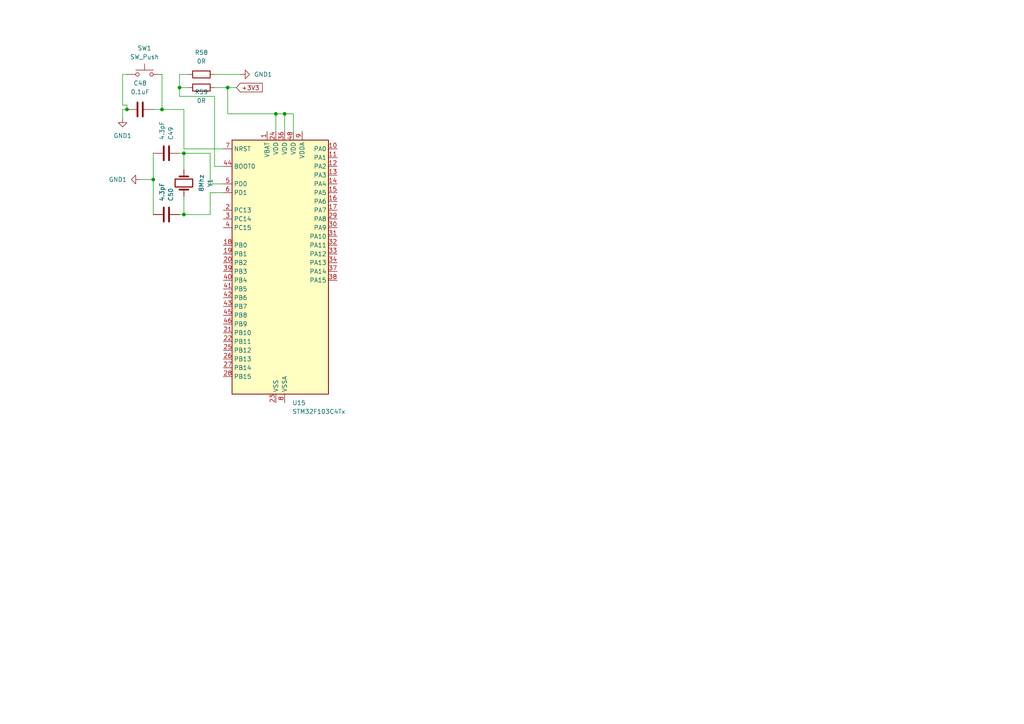
<source format=kicad_sch>
(kicad_sch (version 20231120) (generator "eeschema") (generator_version "8.0")
  (paper "A4")
  (lib_symbols
    (symbol "Device:C" (pin_numbers hide) (pin_names (offset 0.254))
      (property "Reference" "C" (at 0.635 2.54 0))
      (property "Value" "C" (at 0.635 -2.54 0))
      (symbol "C_0_1"
        (polyline (pts (xy -2.032 -0.762) (xy 2.032 -0.762)) (stroke (width 0.508)))
        (polyline (pts (xy -2.032 0.762) (xy 2.032 0.762)) (stroke (width 0.508)))
      )
      (symbol "C_1_1"
        (pin passive line (at 0 3.81 270) (length 2.794) (name "~") (number "1"))
        (pin passive line (at 0 -3.81 90) (length 2.794) (name "~") (number "2"))
      )
    )
    (symbol "Device:Crystal" (pin_numbers hide) (pin_names (offset 1.016) hide)
      (property "Reference" "Y" (at 0 3.81 0))
      (property "Value" "Crystal" (at 0 -3.81 0))
      (symbol "Crystal_0_1"
        (rectangle (start -1.143 2.54) (end 1.143 -2.54) (stroke (width 0.3048)))
        (polyline (pts (xy -2.54 0) (xy -1.905 0)))
        (polyline (pts (xy -1.905 -1.27) (xy -1.905 1.27)) (stroke (width 0.508)))
        (polyline (pts (xy 1.905 -1.27) (xy 1.905 1.27)) (stroke (width 0.508)))
        (polyline (pts (xy 2.54 0) (xy 1.905 0)))
      )
      (symbol "Crystal_1_1"
        (pin passive line (at -3.81 0 0) (length 1.27) (name "1") (number "1"))
        (pin passive line (at 3.81 0 180) (length 1.27) (name "2") (number "2"))
      )
    )
    (symbol "Device:R" (pin_numbers hide) (pin_names (offset 0))
      (property "Reference" "R" (at 2.032 0 90))
      (property "Value" "R" (at 0 0 90))
      (symbol "R_0_1"
        (rectangle (start -1.016 -2.54) (end 1.016 2.54) (stroke (width 0.254)))
      )
      (symbol "R_1_1"
        (pin passive line (at 0 3.81 270) (length 1.27) (name "~") (number "1"))
        (pin passive line (at 0 -3.81 90) (length 1.27) (name "~") (number "2"))
      )
    )
    (symbol "MCU_ST_STM32F1:STM32F103C4Tx"
      (property "Reference" "U" (at -12.7 39.37 0))
      (property "Value" "STM32F103C4Tx" (at 10.16 39.37 0))
      (symbol "STM32F103C4Tx_0_1"
        (rectangle (start -12.7 -35.56) (end 15.24 38.1) (stroke (width 0.254)) (fill (type background)))
      )
      (symbol "STM32F103C4Tx_1_1"
        (pin power_in line (at -2.54 40.64 270) (length 2.54) (name "VBAT") (number "1"))
        (pin bidirectional line (at 17.78 35.56 180) (length 2.54) (name "PA0") (number "10"))
        (pin bidirectional line (at 17.78 33.02 180) (length 2.54) (name "PA1") (number "11"))
        (pin bidirectional line (at 17.78 30.48 180) (length 2.54) (name "PA2") (number "12"))
        (pin bidirectional line (at 17.78 27.94 180) (length 2.54) (name "PA3") (number "13"))
        (pin bidirectional line (at 17.78 25.4 180) (length 2.54) (name "PA4") (number "14"))
        (pin bidirectional line (at 17.78 22.86 180) (length 2.54) (name "PA5") (number "15"))
        (pin bidirectional line (at 17.78 20.32 180) (length 2.54) (name "PA6") (number "16"))
        (pin bidirectional line (at 17.78 17.78 180) (length 2.54) (name "PA7") (number "17"))
        (pin bidirectional line (at -15.24 7.62 0) (length 2.54) (name "PB0") (number "18"))
        (pin bidirectional line (at -15.24 5.08 0) (length 2.54) (name "PB1") (number "19"))
        (pin bidirectional line (at -15.24 17.78 0) (length 2.54) (name "PC13") (number "2"))
        (pin bidirectional line (at -15.24 2.54 0) (length 2.54) (name "PB2") (number "20"))
        (pin bidirectional line (at -15.24 -17.78 0) (length 2.54) (name "PB10") (number "21"))
        (pin bidirectional line (at -15.24 -20.32 0) (length 2.54) (name "PB11") (number "22"))
        (pin power_in line (at 0 -38.1 90) (length 2.54) (name "VSS") (number "23"))
        (pin power_in line (at 0 40.64 270) (length 2.54) (name "VDD") (number "24"))
        (pin bidirectional line (at -15.24 -22.86 0) (length 2.54) (name "PB12") (number "25"))
        (pin bidirectional line (at -15.24 -25.4 0) (length 2.54) (name "PB13") (number "26"))
        (pin bidirectional line (at -15.24 -27.94 0) (length 2.54) (name "PB14") (number "27"))
        (pin bidirectional line (at -15.24 -30.48 0) (length 2.54) (name "PB15") (number "28"))
        (pin bidirectional line (at 17.78 15.24 180) (length 2.54) (name "PA8") (number "29"))
        (pin bidirectional line (at -15.24 15.24 0) (length 2.54) (name "PC14") (number "3"))
        (pin bidirectional line (at 17.78 12.7 180) (length 2.54) (name "PA9") (number "30"))
        (pin bidirectional line (at 17.78 10.16 180) (length 2.54) (name "PA10") (number "31"))
        (pin bidirectional line (at 17.78 7.62 180) (length 2.54) (name "PA11") (number "32"))
        (pin bidirectional line (at 17.78 5.08 180) (length 2.54) (name "PA12") (number "33"))
        (pin bidirectional line (at 17.78 2.54 180) (length 2.54) (name "PA13") (number "34"))
        (pin passive line (at 0 -38.1 90) (length 2.54) hide (name "VSS") (number "35"))
        (pin power_in line (at 2.54 40.64 270) (length 2.54) (name "VDD") (number "36"))
        (pin bidirectional line (at 17.78 0 180) (length 2.54) (name "PA14") (number "37"))
        (pin bidirectional line (at 17.78 -2.54 180) (length 2.54) (name "PA15") (number "38"))
        (pin bidirectional line (at -15.24 0 0) (length 2.54) (name "PB3") (number "39"))
        (pin bidirectional line (at -15.24 12.7 0) (length 2.54) (name "PC15") (number "4"))
        (pin bidirectional line (at -15.24 -2.54 0) (length 2.54) (name "PB4") (number "40"))
        (pin bidirectional line (at -15.24 -5.08 0) (length 2.54) (name "PB5") (number "41"))
        (pin bidirectional line (at -15.24 -7.62 0) (length 2.54) (name "PB6") (number "42"))
        (pin bidirectional line (at -15.24 -10.16 0) (length 2.54) (name "PB7") (number "43"))
        (pin input line (at -15.24 30.48 0) (length 2.54) (name "BOOT0") (number "44"))
        (pin bidirectional line (at -15.24 -12.7 0) (length 2.54) (name "PB8") (number "45"))
        (pin bidirectional line (at -15.24 -15.24 0) (length 2.54) (name "PB9") (number "46"))
        (pin passive line (at 0 -38.1 90) (length 2.54) hide (name "VSS") (number "47"))
        (pin power_in line (at 5.08 40.64 270) (length 2.54) (name "VDD") (number "48"))
        (pin bidirectional line (at -15.24 25.4 0) (length 2.54) (name "PD0") (number "5"))
        (pin bidirectional line (at -15.24 22.86 0) (length 2.54) (name "PD1") (number "6"))
        (pin input line (at -15.24 35.56 0) (length 2.54) (name "NRST") (number "7"))
        (pin power_in line (at 2.54 -38.1 90) (length 2.54) (name "VSSA") (number "8"))
        (pin power_in line (at 7.62 40.64 270) (length 2.54) (name "VDDA") (number "9"))
      )
    )
    (symbol "Switch:SW_Push" (pin_numbers hide) (pin_names (offset 1.016) hide)
      (property "Reference" "SW" (at 1.27 2.54 0))
      (property "Value" "SW_Push" (at 0 -1.524 0))
      (symbol "SW_Push_0_1"
        (circle (center -2.032 0) (radius 0.508))
        (polyline (pts (xy 0 1.27) (xy 0 3.048)))
        (polyline (pts (xy 2.54 1.27) (xy -2.54 1.27)))
        (circle (center 2.032 0) (radius 0.508))
        (pin passive line (at -5.08 0 0) (length 2.54) (name "1") (number "1"))
        (pin passive line (at 5.08 0 180) (length 2.54) (name "2") (number "2"))
      )
    )
    (symbol "power:GND1" (power) (pin_names (offset 0))
      (property "Value" "GND1" (at 0 -3.81 0))
      (symbol "GND1_0_1"
        (polyline (pts (xy 0 0) (xy 0 -1.27) (xy 1.27 -1.27) (xy 0 -2.54) (xy -1.27 -1.27) (xy 0 -1.27)))
      )
      (symbol "GND1_1_1"
        (pin power_in line (at 0 0 270) (length 0) hide (name "GND1") (number "1"))
      )
    )
  )
  (junction (at 44.45 52.07))
  (junction (at 52.07 25.4))
  (junction (at 36.83 31.75))
  (junction (at 82.55 33.02))
  (junction (at 80.01 33.02))
  (junction (at 53.34 44.45))
  (junction (at 46.99 31.75))
  (junction (at 66.04 25.4))
  (junction (at 53.34 62.23))
  (wire (pts (xy 60.96 55.88) (xy 60.96 62.23)))
  (wire (pts (xy 52.07 27.94) (xy 52.07 25.4)))
  (wire (pts (xy 52.07 62.23) (xy 53.34 62.23)))
  (wire (pts (xy 80.01 33.02) (xy 80.01 38.1)))
  (wire (pts (xy 60.96 44.45) (xy 53.34 44.45)))
  (wire (pts (xy 44.45 31.75) (xy 46.99 31.75)))
  (wire (pts (xy 64.77 55.88) (xy 60.96 55.88)))
  (wire (pts (xy 64.77 48.26) (xy 62.23 48.26)))
  (wire (pts (xy 35.56 31.75) (xy 36.83 31.75)))
  (wire (pts (xy 68.58 25.4) (xy 66.04 25.4)))
  (wire (pts (xy 82.55 33.02) (xy 82.55 38.1)))
  (wire (pts (xy 35.56 30.48) (xy 36.83 30.48)))
  (wire (pts (xy 62.23 48.26) (xy 62.23 27.94)))
  (wire (pts (xy 64.77 43.18) (xy 53.34 43.18)))
  (wire (pts (xy 85.09 33.02) (xy 82.55 33.02)))
  (wire (pts (xy 85.09 38.1) (xy 85.09 33.02)))
  (wire (pts (xy 54.61 25.4) (xy 52.07 25.4)))
  (wire (pts (xy 52.07 27.94) (xy 62.23 27.94)))
  (wire (pts (xy 60.96 53.34) (xy 60.96 44.45)))
  (wire (pts (xy 35.56 21.59) (xy 35.56 30.48)))
  (wire (pts (xy 66.04 33.02) (xy 66.04 25.4)))
  (wire (pts (xy 52.07 44.45) (xy 53.34 44.45)))
  (wire (pts (xy 46.99 31.75) (xy 53.34 31.75)))
  (wire (pts (xy 44.45 52.07) (xy 44.45 44.45)))
  (wire (pts (xy 62.23 21.59) (xy 69.85 21.59)))
  (wire (pts (xy 52.07 21.59) (xy 52.07 25.4)))
  (wire (pts (xy 66.04 25.4) (xy 62.23 25.4)))
  (wire (pts (xy 64.77 53.34) (xy 60.96 53.34)))
  (wire (pts (xy 36.83 21.59) (xy 35.56 21.59)))
  (wire (pts (xy 60.96 62.23) (xy 53.34 62.23)))
  (wire (pts (xy 46.99 21.59) (xy 46.99 31.75)))
  (wire (pts (xy 53.34 56.896) (xy 53.34 62.23)))
  (wire (pts (xy 82.55 33.02) (xy 80.01 33.02)))
  (wire (pts (xy 54.61 21.59) (xy 52.07 21.59)))
  (wire (pts (xy 40.64 52.07) (xy 44.45 52.07)))
  (wire (pts (xy 53.34 43.18) (xy 53.34 31.75)))
  (wire (pts (xy 53.34 44.45) (xy 53.34 49.276)))
  (wire (pts (xy 44.45 62.23) (xy 44.45 52.07)))
  (wire (pts (xy 35.56 31.75) (xy 35.56 34.29)))
  (wire (pts (xy 80.01 33.02) (xy 66.04 33.02)))
  (wire (pts (xy 36.83 30.48) (xy 36.83 31.75)))
  (global_label "+3V3" (shape input) (at 68.58 25.4 0) (property "Intersheetrefs" "${INTERSHEET_REFS}" (effects (hide yes))))
  (symbol (lib_id "Device:C") (at 48.26 62.23 270) (mirror x) (unit 1)
    (property "Reference" "C50" (at 49.53 58.42 0) (effects (justify left)))
    (property "Value" "4.3pF" (at 46.99 58.42 0) (effects (justify left)))
    (property "Footprint" "Capacitor_SMD:C_0603_1608Metric" (effects (hide yes)))
  )
  (symbol (lib_id "power:GND1") (at 69.85 21.59 90) (unit 1)
    (property "Reference" "#PWR048" (effects (hide yes)))
    (property "Value" "GND1" (at 73.66 21.59 90) (effects (justify right)))
  )
  (symbol (lib_id "Device:C") (at 48.26 44.45 270) (mirror x) (unit 1)
    (property "Reference" "C49" (at 49.53 40.64 0) (effects (justify left)))
    (property "Value" "4.3pF" (at 46.99 40.64 0) (effects (justify left)))
    (property "Footprint" "Capacitor_SMD:C_0603_1608Metric" (effects (hide yes)))
  )
  (symbol (lib_id "Device:R") (at 58.42 25.4 90) (mirror x) (unit 1)
    (property "Reference" "R59" (at 58.42 26.67 90))
    (property "Value" "0R" (at 58.42 29.21 90))
    (property "Footprint" "Resistor_SMD:R_0603_1608Metric" (effects (hide yes)))
  )
  (symbol (lib_id "Device:Crystal") (at 53.34 53.086 270) (mirror x) (unit 1)
    (property "Reference" "Y1" (at 60.96 53.086 0))
    (property "Value" "8Mhz" (at 58.42 53.086 0))
    (property "Footprint" "Crystal:Crystal_SMD_Abracon_ABM3-2Pin_5.0x3.2mm_HandSoldering" (effects (hide yes)))
  )
  (symbol (lib_id "power:GND1") (at 40.64 52.07 270) (unit 1)
    (property "Reference" "#PWR047" (effects (hide yes)))
    (property "Value" "GND1" (at 36.83 52.07 90) (effects (justify right)))
  )
  (symbol (lib_id "power:GND1") (at 35.56 34.29 0) (unit 1)
    (property "Reference" "#PWR046" (effects (hide yes)))
    (property "Value" "GND1" (at 35.56 39.37 0))
  )
  (symbol (lib_id "MCU_ST_STM32F1:STM32F103C4Tx") (at 80.01 78.74 0) (unit 1)
    (property "Reference" "U15" (at 84.7441 116.84 0) (effects (justify left)))
    (property "Value" "STM32F103C4Tx" (at 84.7441 119.38 0) (effects (justify left)))
    (property "Footprint" "Package_QFP:LQFP-48_7x7mm_P0.5mm" (effects (hide yes)))
    (property "Datasheet" "https://www.st.com/resource/en/datasheet/stm32f103c4.pdf" (effects (hide yes)))
    (property "Description" "STMicroelectronics Arm Cortex-M3 MCU, 16KB flash, 6KB RAM, 72 MHz, 2.0-3.6V, 37 GPIO, LQFP48" (effects (hide yes)))
  )
  (symbol (lib_id "Device:R") (at 58.42 21.59 90) (mirror x) (unit 1)
    (property "Reference" "R58" (at 58.42 15.24 90))
    (property "Value" "0R" (at 58.42 17.78 90))
    (property "Footprint" "Resistor_SMD:R_0603_1608Metric" (effects (hide yes)))
  )
  (symbol (lib_id "Device:C") (at 40.64 31.75 270) (mirror x) (unit 1)
    (property "Reference" "C48" (at 40.64 24.13 90))
    (property "Value" "0.1uF" (at 40.64 26.67 90))
    (property "Footprint" "Capacitor_SMD:C_0603_1608Metric" (effects (hide yes)))
  )
  (symbol (lib_id "Switch:SW_Push") (at 41.91 21.59 0) (unit 1)
    (property "Reference" "SW1" (at 41.91 13.97 0))
    (property "Value" "SW_Push" (at 41.91 16.51 0))
    (property "Footprint" "Button_Switch_SMD:SW_SPST_Omron_B3FS-100xP" (effects (hide yes)))
  )
)
</source>
